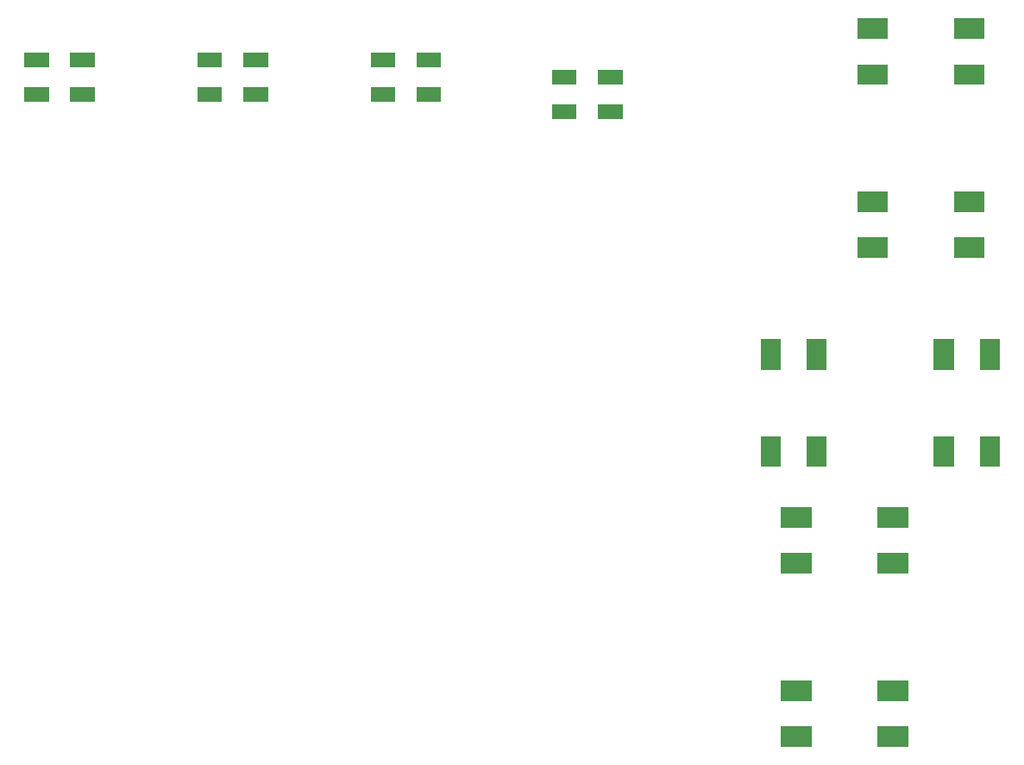
<source format=gbr>
G04 start of page 17 for group -4014 idx -4014 *
G04 Title: (unknown), bottompaste *
G04 Creator: pcb 20140316 *
G04 CreationDate: Tue 28 Aug 2018 04:48:26 PM GMT UTC *
G04 For: cwispell *
G04 Format: Gerber/RS-274X *
G04 PCB-Dimensions (mil): 4685.04 2913.39 *
G04 PCB-Coordinate-Origin: lower left *
%MOIN*%
%FSLAX25Y25*%
%LNBOTTOMPASTE*%
%ADD177R,0.0787X0.0787*%
%ADD176R,0.0551X0.0551*%
G54D176*X291338Y250394D02*X295275D01*
X309055D02*X312992D01*
X291338Y263780D02*X295275D01*
X309055D02*X312992D01*
X154331Y257087D02*X158268D01*
X172048D02*X175985D01*
X154331Y270472D02*X158268D01*
X172048D02*X175985D01*
X87402Y257087D02*X91339D01*
X105119D02*X109056D01*
X87402Y270472D02*X91339D01*
X105119D02*X109056D01*
X221260Y257087D02*X225197D01*
X238977D02*X242914D01*
X221260Y270472D02*X225197D01*
X238977D02*X242914D01*
G54D177*X418307Y75788D02*X422244D01*
X380906D02*X384843D01*
X418307Y93504D02*X422244D01*
X380906D02*X384843D01*
X418307Y8859D02*X422244D01*
X380906D02*X384843D01*
X418307Y26575D02*X422244D01*
X380906D02*X384843D01*
X447834Y264764D02*X451771D01*
X410433D02*X414370D01*
X447834Y282480D02*X451771D01*
X410433D02*X414370D01*
X447834Y197835D02*X451771D01*
X410433D02*X414370D01*
X447834Y215551D02*X451771D01*
X410433D02*X414370D01*
X390748Y158464D02*Y154527D01*
Y121063D02*Y117126D01*
X373032Y158464D02*Y154527D01*
Y121063D02*Y117126D01*
X457677Y158464D02*Y154527D01*
Y121063D02*Y117126D01*
X439961Y158464D02*Y154527D01*
Y121063D02*Y117126D01*
M02*

</source>
